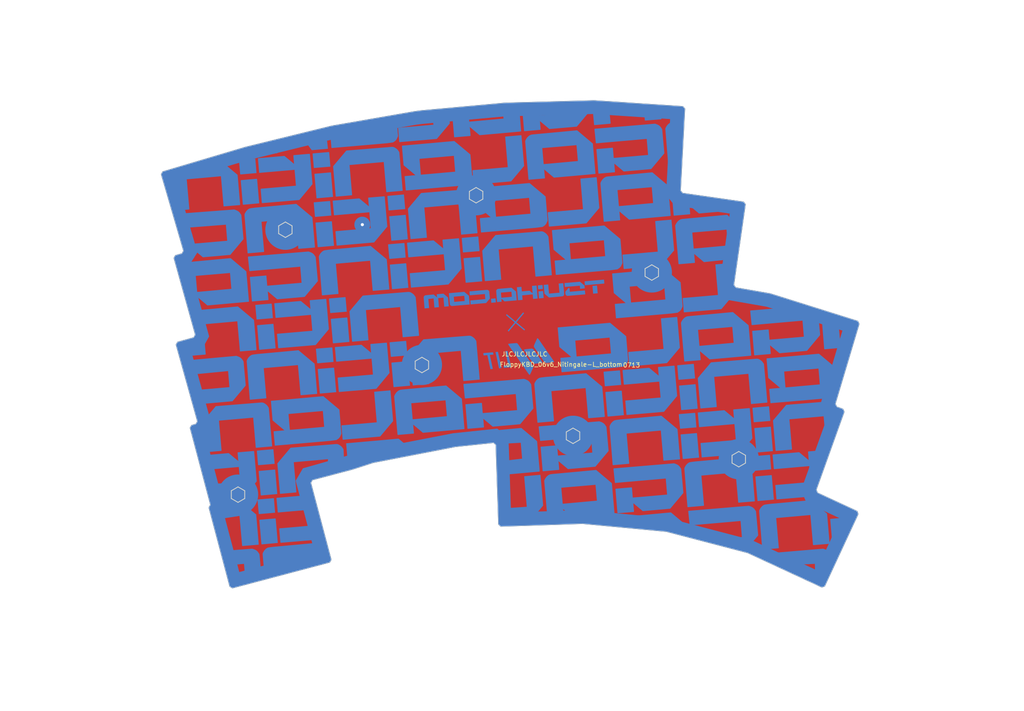
<source format=kicad_pcb>
(kicad_pcb (version 20221018) (generator pcbnew)
  (layers (0 "F.Cu" signal) (31 "B.Cu" signal) (34 "B.Paste" user) (35 "F.Paste" user) (36 "B.SilkS" user "B.Silkscreen") (37 "F.SilkS" user "F.Silkscreen") (38 "B.Mask" user) (39 "F.Mask" user) (44 "Edge.Cuts" user))
  (net 0 "")
  (net 1 "GND")
  (footprint "mylib:boothole" (layer "F.Cu") (at -33.425 -27.05)
    (fp_text reference "REF**" hide)
    (fp_text value "boothole" hide)
  )
  (footprint "mylib:tsuihaxlit0723_cu" (layer "B.Cu") (at 1.665174 -2.898971 -175)
    (fp_text reference "G***" hide)
    (fp_text value "LOGO" hide)
  )
  (footprint "mylib:tsuihaxlit0723_mask" (layer "B.Cu") (at 1.665174 -2.898971 -175)
    (fp_text reference "G***" hide)
    (fp_text value "LOGO" hide)
  )
  (footprint "mylib:nitingale0723_mask" (layer "B.Cu") (at 2.153473 13.026933 -175)
    (fp_text reference "G***" hide)
    (fp_text value "LOGO" hide)
  )
  (gr_poly (pts (xy -37.6 27.8) (xy -37.76 23.8) (xy -37.93 23.53) (xy -38.16 23.23) (xy -38.47 22.97) (xy -38.8 22.77) (xy -38.97 22.7) (xy -39.12 22.67) (xy -39.35 22.66) (xy -49.59 23.49) (xy -52.53 26.98) (xy -51.94 33.72) (xy -48.43 33.41) (xy -49.02 26.58) (xy -41.1 25.88) (xy -41.11 28.11)) (stroke (width 0.2)) (fill solid) (layer "B.Cu"))
  (gr_poly (pts (xy -40.86 -10.26) (xy -37.31 -10.57) (xy -37.04 -7.46) (xy -40.59 -7.16)) (stroke (width 0.2)) (fill solid) (layer "B.Cu"))
  (gr_poly (pts (xy 67.39 24.33) (xy 70.93 24.03) (xy 69.2 30.4) (xy 68.59 34.28) (xy 60.26 34.99) (xy 60 31.92) (xy 67.98 31.23) (xy 67.65 27.44) (xy 59.66 28.14) (xy 59.38 25.02) (xy 65.25 24.51) (xy 67.56 26.43)) (stroke (width 0.2)) (fill solid) (layer "B.Cu"))
  (gr_poly (pts (xy 21.6 10.88) (xy 25.1 10.58) (xy 25.57 15.94) (xy 22.07 16.25)) (stroke (width 0.2)) (fill solid) (layer "B.Cu"))
  (gr_circle (center -33.425 -27.05) (end -31.675 -27.05) (stroke (width 0.1)) (fill solid) (layer "B.Cu"))
  (gr_circle (center -61.51 34) (end -57.01 34) (stroke (width 0.1)) (fill solid) (layer "B.Cu"))
  (gr_poly (pts (xy -22.47 13.25) (xy -21.86 20.1) (xy -25.38 20.4) (xy -26.13 11.77) (xy -25.95 11.37) (xy -25.66 10.95) (xy -25.29 10.61) (xy -24.9 10.41) (xy -24.45 10.34) (xy -14.52 9.42) (xy -11.03 12.36) (xy -10.44 19.09) (xy -19.7 19.92) (xy -22.05 17.94) (xy -22.13 17.07) (xy -14.21 16.35) (xy -14.54 12.57)) (stroke (width 0.2)) (fill solid) (layer "B.Cu"))
  (gr_poly (pts (xy -56.28 34.09) (xy -52.75 33.78) (xy -53.21 28.43) (xy -56.75 28.74)) (stroke (width 0.2)) (fill solid) (layer "B.Cu"))
  (gr_poly (pts (xy -53.9 23) (xy -54.66 14.4) (xy -54.83 14.13) (xy -55.06 13.83) (xy -55.37 13.57) (xy -55.7 13.37) (xy -55.87 13.3) (xy -56.02 13.27) (xy -56.25 13.26) (xy -66.49 14.09) (xy -69.43 17.58) (xy -68.84 24.32) (xy -65.33 24.01) (xy -65.92 17.18) (xy -58 16.48) (xy -57.41 23.31)) (stroke (width 0.2)) (fill solid) (layer "B.Cu"))
  (gr_poly (pts (xy -31.51 0.03) (xy -27.97 -0.27) (xy -27.38 6.46) (xy -30.31 9.98) (xy -38.64 10.69) (xy -38.9 7.62) (xy -30.92 6.93) (xy -31.25 3.14) (xy -39.24 3.84) (xy -39.52 0.72) (xy -33.65 0.21) (xy -31.34 2.13)) (stroke (width 0.2)) (fill solid) (layer "B.Cu"))
  (gr_poly (pts (xy -59.18 -19.74) (xy -45.59 -20.88) (xy -45.07 -20.69) (xy -44.73 -20.51) (xy -44.44 -20.25) (xy -44.15 -19.84) (xy -44.06 -19.68) (xy -43.57 -14.31) (xy -46.5 -10.81) (xy -52.62 -10.27) (xy -54.91 -12.19) (xy -54.73 -10.09) (xy -58.28 -9.78) (xy -58.73 -15.14) (xy -55.2 -15.45) (xy -55 -13.13) (xy -47.05 -13.82) (xy -47.37 -17.65) (xy -58.86 -16.64)) (stroke (width 0.2)) (fill solid) (layer "B.Cu"))
  (gr_poly (pts (xy 50.49 14.83) (xy 54.03 14.53) (xy 54.62 21.26) (xy 51.69 24.78) (xy 43.36 25.49) (xy 43.1 22.42) (xy 51.08 21.73) (xy 50.75 17.94) (xy 42.76 18.64) (xy 42.48 15.52) (xy 48.35 15.01) (xy 50.66 16.93)) (stroke (width 0.2)) (fill solid) (layer "B.Cu"))
  (gr_poly (pts (xy 72.4 39.58) (xy 75.9 39.28) (xy 75.8 43.7) (xy 72.87 44.95)) (stroke (width 0.2)) (fill solid) (layer "B.Cu"))
  (gr_poly (pts (xy -17.5 -52.2) (xy -13.9 -52.8) (xy -13.76 -49.96) (xy -16.64 -46.53) (xy -24.98 -45.81) (xy -25.24 -48.87) (xy -17.26 -49.56)) (stroke (width 0.2)) (fill solid) (layer "B.Cu"))
  (gr_poly (pts (xy -57.51 -8.81) (xy -54 -9.1) (xy -53.74 -6) (xy -57.23 -5.7)) (stroke (width 0.2)) (fill solid) (layer "B.Cu"))
  (gr_poly (pts (xy -74.78 -29.44) (xy -62.39 -30.38) (xy -61.87 -30.19) (xy -61.53 -30.01) (xy -61.24 -29.75) (xy -60.95 -29.34) (xy -60.86 -29.18) (xy -60.37 -23.81) (xy -63.3 -20.31) (xy -69.42 -19.77) (xy -71.71 -21.69) (xy -71.53 -19.59) (xy -75.08 -19.28) (xy -73.1 -20.5) (xy -72 -24.95) (xy -71.8 -22.63) (xy -63.85 -23.32) (xy -64.17 -27.15) (xy -74.46 -26.34)) (stroke (width 0.2)) (fill solid) (layer "B.Cu"))
  (gr_poly (pts (xy -27.66 -33.46) (xy -24.11 -33.77) (xy -23.84 -30.66) (xy -27.39 -30.36)) (stroke (width 0.2)) (fill solid) (layer "B.Cu"))
  (gr_poly (pts (xy -9.47 -51.55) (xy -9.06 -47.2) (xy -12.58 -46.9) (xy -13.1 -52.9) (xy -11.1 -53.3) (xy -0.8 -53) (xy 2 -52.7) (xy 2.36 -48.21) (xy -6.9 -47.38) (xy -9.25 -49.36) (xy -9.33 -50.23) (xy -1.41 -50.95) (xy -1.54 -52.23)) (stroke (width 0.2)) (fill solid) (layer "B.Cu"))
  (gr_poly (pts (xy 21.19 6.29) (xy 24.7 6) (xy 24.96 9.1) (xy 21.47 9.4)) (stroke (width 0.2)) (fill solid) (layer "B.Cu"))
  (gr_poly (pts (xy -40.35674 -49.397813) (xy -21.639187 -52.66174) (xy -20.104403 -52.8647) (xy -1.1833 -54.594403) (xy 18.974297 -55.136068) (xy 39.006861 -53.808631) (xy 39.479288 -53.276273) (xy 38.497657 -34.766136) (xy 38.966085 -34.19565) (xy 52.74388 -32.213844) (xy 53.167598 -31.64775) (xy 50.545391 -13.417795) (xy 50.966721 -12.836711) (xy 58.792206 -11.467457) (xy 78.549939 -5.250939) (xy 78.883835 -4.621774) (xy 73.478198 13.482251) (xy 73.805821 14.130062) (xy 75.197712 14.628982) (xy 75.499675 15.268371) (xy 69.17943 32.900645) (xy 69.464253 33.581809) (xy 78.407913 37.732589) (xy 78.650961 38.396613) (xy 71.073411 54.723913) (xy 70.409373 54.966993) (xy 53.628306 47.180258) (xy 35.247742 42.368306) (xy 16.339894 40.586513) (xy -2.149791 41.2042) (xy -2.666207 40.721173) (xy -3.2672 22.731209) (xy -3.781128 22.284006) (xy -12.321783 23.186072) (xy -30.975072 26.799217) (xy -35.490806 28.271705) (xy -44.684862 30.707184) (xy -45.040173 31.31855) (xy -40.431492 48.718551) (xy -40.786806 49.329904) (xy -62.778475 55.154765) (xy -63.389827 54.79945) (xy -68.123683 36.926853) (xy -67.759859 36.304028) (xy -72.369881 18.898965) (xy -72.013861 18.290276) (xy -71.057539 18.036978) (xy -70.706007 17.435963) (xy -75.539439 0.090239) (xy -75.191268 -0.522991) (xy -71.534827 -1.541959) (xy -71.190048 -2.157093) (xy -76.022358 -19.498012) (xy -75.674796 -20.1134) (xy -74.193992 -20.529669) (xy -73.850471 -21.137903) (xy -78.888692 -38.426134) (xy -78.549334 -39.048708) (xy -59.917507 -44.590375) (xy -59.280113 -41.71043) (xy -75.462357 -36.897342) (xy -70.765241 -20.779583) (xy -72.611452 -17.91619) (xy -68.11658 -1.786182) (xy -69.676485 0.996906) (xy -72.126447 1.679655) (xy -67.623858 17.838083) (xy -69.047264 20.271685) (xy -64.689394 36.724751) (xy -65.053218 37.347577) (xy -61.278613 51.598536) (xy -44.120278 47.053864) (xy -48.407022 30.869334) (xy -46.802936 28.109262) (xy -31.87692 23.873208) (xy -12.914099 20.200107) (xy -2.945913 19.147264) (xy -0.461178 21.309396) (xy 0.099957 38.106267) (xy 16.282218 37.565664) (xy 35.623106 39.388266) (xy 54.498963 44.329883) (xy 69.255853 51.177361) (xy 74.728615 39.385234) (xy 66.996819 35.796883) (xy 65.813923 32.967954) (xy 71.683363 16.593342) (xy 70.11289 13.753263) (xy 75.157784 -3.142596) (xy 57.931705 -8.562561) (xy 49.103114 -10.107332) (xy 47.254126 -12.657395) (xy 49.69353 -29.616478) (xy 37.237747 -31.408125) (xy 35.291512 -33.778395) (xy 36.204493 -50.994029) (xy 18.766592 -52.149533) (xy -1.154961 -51.614211) (xy -19.919756 -49.898797) (xy -21.333361 -49.711862) (xy -39.889033 -46.476163) (xy -59.280113 -41.71043) (xy -59.917507 -44.590375)) (stroke (width 0.15)) (fill solid) (layer "B.Cu"))
  (gr_poly (pts (xy 15.7 -54.3) (xy 17.6 -54.6) (xy 17.9 -54.1) (xy 17.93 -52.81) (xy 15 -49.31) (xy 8.88 -48.77) (xy 6.59 -50.69) (xy 6.77 -48.59) (xy 3.22 -48.28) (xy 2.77 -53.64) (xy 6.3 -53.95) (xy 6.5 -51.63) (xy 14.45 -52.32) (xy 14.1 -54)) (stroke (width 0.2)) (fill solid) (layer "B.Cu"))
  (gr_poly (pts (xy -47.29 11.42) (xy -43.73 11.13) (xy -44.3 4.44) (xy -47.88 1.45) (xy -57.13 2.3) (xy -58.13 2.43) (xy -58.44 2.51) (xy -58.77 2.73) (xy -59.11 3.09) (xy -59.38 3.54) (xy -59.46 3.79) (xy -58.76 12.44) (xy -55.21 12.13) (xy -55.81 5.31) (xy -47.89 4.6)) (stroke (width 0.2)) (fill solid) (layer "B.Cu"))
  (gr_poly (pts (xy -21.7 24.43) (xy -25.27 21.44) (xy -36.98 22.48) (xy -36.61 26.77) (xy -34.18 27.14) (xy -33.29 27.06) (xy -33.21 25.28) (xy -25.26 24.58)) (stroke (width 0.2)) (fill solid) (layer "B.Cu"))
  (gr_poly (pts (xy 40.32 37.76) (xy 53.91 36.62) (xy 54.43 36.81) (xy 54.77 36.99) (xy 55.06 37.25) (xy 55.35 37.66) (xy 55.44 37.82) (xy 55.93 43.19) (xy 53 46.69) (xy 44.5 44.37) (xy 52.45 43.68) (xy 52.13 39.85) (xy 40.64 40.86)) (stroke (width 0.2)) (fill solid) (layer "B.Cu"))
  (gr_poly (pts (xy -47.79 -21.68) (xy -44.23 -21.97) (xy -44.8 -28.66) (xy -48.38 -31.65) (xy -57.63 -30.8) (xy -58.63 -30.67) (xy -58.94 -30.59) (xy -59.27 -30.37) (xy -59.61 -30.01) (xy -59.88 -29.56) (xy -59.96 -29.31) (xy -59.26 -20.66) (xy -55.71 -20.97) (xy -56.31 -27.79) (xy -48.39 -28.5)) (stroke (width 0.2)) (fill solid) (layer "B.Cu"))
  (gr_poly (pts (xy 28.6 41.3) (xy 24.67 40.47) (xy 24.85 40.07) (xy 25.14 39.65) (xy 25.51 39.31) (xy 25.9 39.11) (xy 26.35 39.04) (xy 36.28 38.12) (xy 39.77 41.06) (xy 36.26 41.27)) (stroke (width 0.2)) (fill solid) (layer "B.Cu"))
  (gr_circle (center 31.99 -16.24) (end 36.49 -16.24) (stroke (width 0.1)) (fill solid) (layer "B.Cu"))
  (gr_poly (pts (xy 54.84 14.44) (xy 58.39 14.13) (xy 58.66 17.24) (xy 55.11 17.54)) (stroke (width 0.2)) (fill solid) (layer "B.Cu"))
  (gr_poly (pts (xy -15.21 -23.57) (xy -11.67 -23.87) (xy -11.08 -17.14) (xy -14.01 -13.62) (xy -22.34 -12.91) (xy -22.6 -15.98) (xy -14.62 -16.67) (xy -14.95 -20.46) (xy -22.94 -19.76) (xy -23.22 -22.88) (xy -17.35 -23.39) (xy -15.04 -21.47)) (stroke (width 0.2)) (fill solid) (layer "B.Cu"))
  (gr_circle (center -7.7 -33.7) (end -3.2 -33.7) (stroke (width 0.1)) (fill solid) (layer "B.Cu"))
  (gr_poly (pts (xy -27.1 -17.92) (xy -23.6 -18.22) (xy -23.13 -12.86) (xy -26.63 -12.55)) (stroke (width 0.2)) (fill solid) (layer "B.Cu"))
  (gr_poly (pts (xy -41.3 -44.3) (xy -41.7 -47.9) (xy -53.1 -45.5) (xy -56.2 -44.8) (xy -56.24 -42.98) (xy -52.73 -43.29) (xy -51.9 -44.6) (xy -46 -45.6) (xy -44.81 -43.99)) (stroke (width 0.2)) (fill solid) (layer "B.Cu"))
  (gr_poly (pts (xy -44.31 -32.01) (xy -40.8 -32.3) (xy -40.54 -29.2) (xy -44.03 -28.9)) (stroke (width 0.2)) (fill solid) (layer "B.Cu"))
  (gr_poly (pts (xy -60.49 45.52) (xy -56.93 45.23) (xy -57.5 38.54) (xy -61.08 35.55) (xy -67.03 36.4) (xy -65.71 39.41) (xy -61.09 38.7)) (stroke (width 0.2)) (fill solid) (layer "B.Cu"))
  (gr_poly (pts (xy -29.14 -48.54) (xy -40.57 -47.53) (xy -40.31 -44.48) (xy -27.84 -45.56) (xy -26.51 -45.74) (xy -26.02 -46.08) (xy -25.75 -46.41) (xy -25.45 -47.08) (xy -25.8 -51.1) (xy -29.4 -50.8)) (stroke (width 0.2)) (fill solid) (layer "B.Cu"))
  (gr_poly (pts (xy 33.49 5.23) (xy 37.03 4.93) (xy 37.62 11.66) (xy 34.69 15.18) (xy 26.36 15.89) (xy 26.1 12.82) (xy 34.08 12.13) (xy 33.75 8.34) (xy 25.76 9.04) (xy 25.48 5.92) (xy 31.35 5.41) (xy 33.66 7.33)) (stroke (width 0.2)) (fill solid) (layer "B.Cu"))
  (gr_poly (pts (xy 15.95 -37.37) (xy 19.44 -37.68) (xy 20.04 -30.86) (xy 17.16 -27.43) (xy 8.82 -26.71) (xy 8.56 -29.77) (xy 16.54 -30.46)) (stroke (width 0.2)) (fill solid) (layer "B.Cu"))
  (gr_poly (pts (xy -71.17 -15.55) (xy -70.56 -8.7) (xy -72.4 -9.7) (xy -74.83 -17.03) (xy -74.65 -17.43) (xy -74.36 -17.85) (xy -73.99 -18.19) (xy -73.6 -18.39) (xy -73.15 -18.46) (xy -63.22 -19.38) (xy -59.73 -16.44) (xy -59.14 -9.71) (xy -68.4 -8.88) (xy -70.75 -10.86) (xy -70.83 -11.73) (xy -62.91 -12.45) (xy -63.24 -16.23)) (stroke (width 0.2)) (fill solid) (layer "B.Cu"))
  (gr_poly (pts (xy -9.98 -14.01) (xy -6.45 -14.32) (xy -6.91 -19.67) (xy -10.45 -19.36)) (stroke (width 0.2)) (fill solid) (layer "B.Cu"))
  (gr_poly (pts (xy 35.16 -10.04) (xy 23.73 -9.03) (xy 23.99 -5.98) (xy 36.46 -7.06) (xy 37.79 -7.24) (xy 38.28 -7.58) (xy 38.55 -7.91) (xy 38.85 -8.58) (xy 38.4 -13.97) (xy 34.83 -16.96) (xy 23.12 -15.92) (xy 23.49 -11.63) (xy 26.32 -9.26) (xy 27.21 -9.34) (xy 26.89 -13.12) (xy 34.84 -13.82)) (stroke (width 0.2)) (fill solid) (layer "B.Cu"))
  (gr_poly (pts (xy -39.98 -0.31) (xy -36.45 -0.62) (xy -36.91 -5.97) (xy -40.45 -5.66)) (stroke (width 0.2)) (fill solid) (layer "B.Cu"))
  (gr_poly (pts (xy -20.7 -2) (xy -21.46 -10.6) (xy -21.63 -10.87) (xy -21.86 -11.17) (xy -22.17 -11.43) (xy -22.5 -11.63) (xy -22.67 -11.7) (xy -22.82 -11.73) (xy -23.05 -11.74) (xy -33.29 -10.91) (xy -36.23 -7.42) (xy -35.64 -0.68) (xy -32.13 -0.99) (xy -32.72 -7.82) (xy -24.8 -8.52) (xy -24.21 -1.69)) (stroke (width 0.2)) (fill solid) (layer "B.Cu"))
  (gr_poly (pts (xy 3.25 29.93) (xy 6.74 29.62) (xy 7.34 36.44) (xy 4.46 39.87) (xy -1.68 40.29) (xy -1.94 37.23) (xy 3.84 36.84)) (stroke (width 0.2)) (fill solid) (layer "B.Cu"))
  (gr_poly (pts (xy 38.19 15.89) (xy 41.7 15.6) (xy 41.96 18.7) (xy 38.47 19)) (stroke (width 0.2)) (fill solid) (layer "B.Cu"))
  (gr_poly (pts (xy 42.33 -3.35) (xy 42.94 3.5) (xy 39.42 3.8) (xy 38.67 -4.83) (xy 38.85 -5.23) (xy 39.14 -5.65) (xy 39.51 -5.99) (xy 39.9 -6.19) (xy 40.35 -6.26) (xy 50.28 -7.18) (xy 53.77 -4.24) (xy 54.36 2.49) (xy 45.1 3.32) (xy 42.75 1.34) (xy 42.67 0.47) (xy 50.59 -0.25) (xy 50.26 -4.03)) (stroke (width 0.2)) (fill solid) (layer "B.Cu"))
  (gr_poly (pts (xy 4.66 -29.44) (xy -6.77 -28.43) (xy -6.51 -25.38) (xy 5.96 -26.46) (xy 7.29 -26.64) (xy 7.78 -26.98) (xy 8.05 -27.31) (xy 8.35 -27.98) (xy 7.9 -33.37) (xy 4.33 -36.36) (xy -7.38 -35.32) (xy -7.01 -31.03) (xy -4.18 -28.66) (xy -3.29 -28.74) (xy -3.61 -32.52) (xy 4.34 -33.22)) (stroke (width 0.2)) (fill solid) (layer "B.Cu"))
  (gr_poly (pts (xy 7.13 -44.45) (xy 7.74 -37.6) (xy 4.22 -37.3) (xy 3.47 -45.93) (xy 3.65 -46.33) (xy 3.94 -46.75) (xy 4.31 -47.09) (xy 4.7 -47.29) (xy 5.15 -47.36) (xy 15.08 -48.28) (xy 18.57 -45.34) (xy 19.16 -38.61) (xy 9.9 -37.78) (xy 7.55 -39.76) (xy 7.47 -40.63) (xy 15.39 -41.35) (xy 15.06 -45.13)) (stroke (width 0.2)) (fill solid) (layer "B.Cu"))
  (gr_poly (pts (xy -64.69 -31.28) (xy -61.13 -31.57) (xy -61.7 -38.26) (xy -65.28 -41.25) (xy -74.3 -40) (xy -76.4 -39.4) (xy -76.78 -39.16) (xy -76.86 -38.91) (xy -76.16 -30.26) (xy -72.61 -30.57) (xy -73.21 -37.39) (xy -65.29 -38.1)) (stroke (width 0.2)) (fill solid) (layer "B.Cu"))
  (gr_poly (pts (xy 68.51 45.32) (xy 72.07 45.03) (xy 71.5 38.34) (xy 67.92 35.35) (xy 58.67 36.2) (xy 57.67 36.33) (xy 57.36 36.41) (xy 57.03 36.63) (xy 56.69 36.99) (xy 56.42 37.44) (xy 56.34 37.69) (xy 57.04 46.34) (xy 60.59 46.03) (xy 59.99 39.21) (xy 67.91 38.5)) (stroke (width 0.2)) (fill solid) (layer "B.Cu"))
  (gr_poly (pts (xy 46.45 -17.97) (xy 49.94 -18.28) (xy 50.54 -11.46) (xy 47.66 -8.03) (xy 39.32 -7.31) (xy 39.06 -10.37) (xy 47.04 -11.06)) (stroke (width 0.2)) (fill solid) (layer "B.Cu"))
  (gr_poly (pts (xy 19.12 -48.64) (xy 32.71 -49.78) (xy 33.23 -49.59) (xy 33.57 -49.41) (xy 33.86 -49.15) (xy 34.15 -48.74) (xy 34.24 -48.58) (xy 34.73 -43.21) (xy 31.8 -39.71) (xy 25.68 -39.17) (xy 23.39 -41.09) (xy 23.57 -38.99) (xy 20.02 -38.68) (xy 19.57 -44.04) (xy 23.1 -44.35) (xy 23.3 -42.03) (xy 31.25 -42.72) (xy 30.93 -46.55) (xy 19.44 -45.54)) (stroke (width 0.2)) (fill solid) (layer "B.Cu"))
  (gr_poly (pts (xy -45.89 49.32) (xy -42.33 49.03) (xy -41.07 47.91) (xy -44.28 45.05) (xy -53.53 45.9) (xy -54.53 46.03) (xy -54.84 46.11) (xy -55.17 46.33) (xy -55.51 46.69) (xy -55.78 47.14) (xy -55.86 47.39) (xy -55.46 52.04) (xy -51.91 51.73) (xy -52.2 49.6) (xy -44.29 48.2)) (stroke (width 0.2)) (fill solid) (layer "B.Cu"))
  (gr_poly (pts (xy 34.71 26.22) (xy 38.27 25.93) (xy 37.7 19.24) (xy 34.12 16.25) (xy 24.87 17.1) (xy 23.87 17.23) (xy 23.56 17.31) (xy 23.23 17.53) (xy 22.89 17.89) (xy 22.62 18.34) (xy 22.54 18.59) (xy 23.24 27.24) (xy 26.79 26.93) (xy 26.19 20.11) (xy 34.11 19.4)) (stroke (width 0.2)) (fill solid) (layer "B.Cu"))
  (gr_poly (pts (xy 24.13 -34.95) (xy 24.74 -28.1) (xy 21.22 -27.8) (xy 20.47 -36.43) (xy 20.65 -36.83) (xy 20.94 -37.25) (xy 21.31 -37.59) (xy 21.7 -37.79) (xy 22.15 -37.86) (xy 32.08 -38.78) (xy 35.57 -35.84) (xy 36.16 -29.11) (xy 26.9 -28.28) (xy 24.55 -30.26) (xy 24.47 -31.13) (xy 32.39 -31.85) (xy 32.06 -35.63)) (stroke (width 0.2)) (fill solid) (layer "B.Cu"))
  (gr_poly (pts (xy -26.78 -23.51) (xy -23.25 -23.82) (xy -23.71 -29.17) (xy -27.25 -28.86)) (stroke (width 0.2)) (fill solid) (layer "B.Cu"))
  (gr_poly (pts (xy 11.43 32.35) (xy 12.04 39.2) (xy 8.52 39.5) (xy 7.77 30.87) (xy 7.95 30.47) (xy 8.24 30.05) (xy 8.61 29.71) (xy 9 29.51) (xy 9.45 29.44) (xy 19.38 28.52) (xy 22.87 31.46) (xy 23.46 38.19) (xy 14.2 39.02) (xy 11.85 37.04) (xy 11.77 36.17) (xy 19.69 35.45) (xy 19.36 31.67)) (stroke (width 0.2)) (fill solid) (layer "B.Cu"))
  (gr_poly (pts (xy 38.6 20.48) (xy 42.1 20.18) (xy 42.57 25.54) (xy 39.07 25.85)) (stroke (width 0.2)) (fill solid) (layer "B.Cu"))
  (gr_poly (pts (xy -61.51 24.53) (xy -57.97 24.23) (xy -57.38 30.96) (xy -60.31 34.48) (xy -67.04 34.69) (xy -67.3 31.62) (xy -60.92 31.43) (xy -61.25 27.64) (xy -69.24 28.34) (xy -69.52 25.22) (xy -63.65 24.71) (xy -61.34 26.63)) (stroke (width 0.2)) (fill solid) (layer "B.Cu"))
  (gr_poly (pts (xy 37.47 -50.2) (xy 36.47 -50.07) (xy 36.16 -49.99) (xy 35.83 -49.77) (xy 35.49 -49.41) (xy 35.22 -48.96) (xy 35.14 -48.71) (xy 35.84 -40.06) (xy 38.1 -40.5) (xy 38.79 -47.19)) (stroke (width 0.2)) (fill solid) (layer "B.Cu"))
  (gr_poly (pts (xy 58 13.1) (xy 57.24 4.5) (xy 57.07 4.23) (xy 56.84 3.93) (xy 56.53 3.67) (xy 56.2 3.47) (xy 56.03 3.4) (xy 55.88 3.37) (xy 55.65 3.36) (xy 45.41 4.19) (xy 42.47 7.68) (xy 43.06 14.42) (xy 46.57 14.11) (xy 45.98 7.28) (xy 53.9 6.58) (xy 54.49 13.41)) (stroke (width 0.2)) (fill solid) (layer "B.Cu"))
  (gr_poly (pts (xy -10.86 -23.96) (xy -7.31 -24.27) (xy -7.04 -21.16) (xy -10.59 -20.86)) (stroke (width 0.2)) (fill solid) (layer "B.Cu"))
  (gr_poly (pts (xy -61.21 -41.61) (xy -57.7 -41.9) (xy -57.44 -38.8) (xy -60.93 -38.5)) (stroke (width 0.2)) (fill solid) (layer "B.Cu"))
  (gr_circle (center -50.8 -25.9) (end -46.3 -25.9) (stroke (width 0.1)) (fill solid) (layer "B.Cu"))
  (gr_poly (pts (xy 23.42 28.16) (xy 37.01 27.02) (xy 37.53 27.21) (xy 37.87 27.39) (xy 38.16 27.65) (xy 38.45 28.06) (xy 38.54 28.22) (xy 39.03 33.59) (xy 36.1 37.09) (xy 29.98 37.63) (xy 27.69 35.71) (xy 27.87 37.81) (xy 24.32 38.12) (xy 23.87 32.76) (xy 27.4 32.45) (xy 27.6 34.77) (xy 35.55 34.08) (xy 35.23 30.25) (xy 23.74 31.26)) (stroke (width 0.2)) (fill solid) (layer "B.Cu"))
  (gr_poly (pts (xy 55.09 25.39) (xy 58.6 25.1) (xy 58.86 28.2) (xy 55.37 28.5)) (stroke (width 0.2)) (fill solid) (layer "B.Cu"))
  (gr_poly (pts (xy -57.01 35.19) (xy -53.5 34.9) (xy -53.24 38) (xy -56.73 38.3)) (stroke (width 0.2)) (fill solid) (layer "B.Cu"))
  (gr_poly (pts (xy 75.8 -5.2) (xy 70.34 -7.61) (xy 71.04 1.04) (xy 74.59 0.73) (xy 74.1 -4.4)) (stroke (width 0.2)) (fill solid) (layer "B.Cu"))
  (gr_poly (pts (xy -10.48 9.06) (xy 3.11 7.92) (xy 3.63 8.11) (xy 3.97 8.29) (xy 4.26 8.55) (xy 4.55 8.96) (xy 4.64 9.12) (xy 5.13 14.49) (xy 2.2 17.99) (xy -3.92 18.53) (xy -6.21 16.61) (xy -6.03 18.71) (xy -9.58 19.02) (xy -10.03 13.66) (xy -6.5 13.35) (xy -6.3 15.67) (xy 1.65 14.98) (xy 1.33 11.15) (xy -10.16 12.16)) (stroke (width 0.2)) (fill solid) (layer "B.Cu"))
  (gr_poly (pts (xy 55.72 24.39) (xy 59.25 24.08) (xy 58.79 18.73) (xy 55.25 19.04)) (stroke (width 0.2)) (fill solid) (layer "B.Cu"))
  (gr_poly (pts (xy 48.8 -30.21) (xy 42.68 -29.67) (xy 40.39 -31.59) (xy 40.57 -29.49) (xy 37.02 -29.18) (xy 36.57 -34.54) (xy 39.8 -33.4) (xy 40.3 -32.53) (xy 48.2 -32)) (stroke (width 0.2)) (fill solid) (layer "B.Cu"))
  (gr_poly (pts (xy -12.34 -38.94) (xy -23.77 -37.93) (xy -23.51 -34.88) (xy -11.04 -35.96) (xy -9.71 -36.14) (xy -9.22 -36.48) (xy -8.95 -36.81) (xy -8.65 -37.48) (xy -9.1 -42.87) (xy -12.67 -45.86) (xy -24.38 -44.82) (xy -24.01 -40.53) (xy -21.18 -38.16) (xy -20.29 -38.24) (xy -20.61 -42.02) (xy -12.66 -42.72)) (stroke (width 0.2)) (fill solid) (layer "B.Cu"))
  (gr_poly (pts (xy -64.08 46.76) (xy -58.29 46.32) (xy -57.77 46.51) (xy -57.43 46.69) (xy -57.14 46.95) (xy -56.85 47.36) (xy -56.76 47.52) (xy -56.27 52.89) (xy -59.75 53.38) (xy -60.07 49.55) (xy -63.76 49.86)) (stroke (width 0.2)) (fill solid) (layer "B.Cu"))
  (gr_poly (pts (xy -57.16 24.14) (xy -53.61 23.83) (xy -53.34 26.94) (xy -56.89 27.24)) (stroke (width 0.2)) (fill solid) (layer "B.Cu"))
  (gr_poly (pts (xy -1.7 22.4) (xy -3.1 21.7) (xy -9.18 22.3) (xy -9.13 21.37) (xy -8.95 20.97) (xy -8.66 20.55) (xy -8.29 20.21) (xy -7.9 20.01) (xy -7.45 19.94) (xy 2.48 19.02) (xy 5.97 21.96) (xy 6.56 28.69) (xy -2.7 29.52) (xy -2.45 27.44) (xy -2.53 26.57) (xy 2.79 25.95) (xy 2.46 22.17)) (stroke (width 0.2)) (fill solid) (layer "B.Cu"))
  (gr_poly (pts (xy 37.84 4.84) (xy 41.39 4.53) (xy 41.66 7.64) (xy 38.11 7.94)) (stroke (width 0.2)) (fill solid) (layer "B.Cu"))
  (gr_poly (pts (xy -43.4 5.68) (xy -39.9 5.38) (xy -39.43 10.74) (xy -42.93 11.05)) (stroke (width 0.2)) (fill solid) (layer "B.Cu"))
  (gr_poly (pts (xy 70.06 9.16) (xy 58.63 10.17) (xy 58.89 13.22) (xy 71.36 12.14) (xy 72.69 11.96) (xy 73.18 11.62) (xy 73.45 11.29) (xy 73.75 10.62) (xy 73.3 5.23) (xy 69.73 2.24) (xy 58.02 3.28) (xy 58.39 7.57) (xy 61.22 9.94) (xy 62.11 9.86) (xy 61.79 6.08) (xy 69.74 5.38)) (stroke (width 0.2)) (fill solid) (layer "B.Cu"))
  (gr_poly (pts (xy -43.81 1.09) (xy -40.3 0.8) (xy -40.04 3.9) (xy -43.53 4.2)) (stroke (width 0.2)) (fill solid) (layer "B.Cu"))
  (gr_poly (pts (xy -32.01 -33.07) (xy -28.47 -33.37) (xy -27.88 -26.64) (xy -30.81 -23.12) (xy -39.14 -22.41) (xy -39.4 -25.48) (xy -31.42 -26.17) (xy -31.75 -29.96) (xy -39.74 -29.26) (xy -40.02 -32.38) (xy -34.15 -32.89) (xy -31.84 -30.97)) (stroke (width 0.2)) (fill solid) (layer "B.Cu"))
  (gr_poly (pts (xy 17.71 16.62) (xy 21.27 16.33) (xy 20.7 9.64) (xy 17.12 6.65) (xy 7.87 7.5) (xy 6.87 7.63) (xy 6.56 7.71) (xy 6.23 7.93) (xy 5.89 8.29) (xy 5.62 8.74) (xy 5.54 8.99) (xy 6.24 17.64) (xy 9.79 17.33) (xy 9.19 10.51) (xy 17.11 9.8)) (stroke (width 0.2)) (fill solid) (layer "B.Cu"))
  (gr_poly (pts (xy 54.32 -7.54) (xy 67.05 -8.61) (xy 69.44 -7.48) (xy 69.93 -2.11) (xy 67 1.39) (xy 60.88 1.93) (xy 58.59 0.01) (xy 58.77 2.11) (xy 55.22 2.42) (xy 54.77 -2.94) (xy 58.3 -3.25) (xy 58.5 -0.93) (xy 66.45 -1.62) (xy 66.13 -5.45) (xy 54.64 -4.44)) (stroke (width 0.2)) (fill solid) (layer "B.Cu"))
  (gr_poly (pts (xy -30.99 -12.18) (xy -27.43 -12.47) (xy -28 -19.16) (xy -31.58 -22.15) (xy -40.83 -21.3) (xy -41.83 -21.17) (xy -42.14 -21.09) (xy -42.47 -20.87) (xy -42.81 -20.51) (xy -43.08 -20.06) (xy -43.16 -19.81) (xy -42.46 -11.16) (xy -38.91 -11.47) (xy -39.51 -18.29) (xy -31.59 -19)) (stroke (width 0.2)) (fill solid) (layer "B.Cu"))
  (gr_poly (pts (xy -60.8 -37.02) (xy -57.3 -37.32) (xy -56.83 -31.96) (xy -60.33 -31.65)) (stroke (width 0.2)) (fill solid) (layer "B.Cu"))
  (gr_poly (pts (xy -44.56 -43.06) (xy -41.01 -43.37) (xy -40.74 -40.26) (xy -44.29 -39.96)) (stroke (width 0.2)) (fill solid) (layer "B.Cu"))
  (gr_poly (pts (xy 30.51 -50.68) (xy 34.07 -50.97) (xy 34 -53.2) (xy 28.6 -53.9) (xy 18.7 -53.4) (xy 19.04 -49.66) (xy 22.59 -49.97) (xy 22.3 -52.8) (xy 30.4 -51.9)) (stroke (width 0.2)) (fill solid) (layer "B.Cu"))
  (gr_poly (pts (xy -60.99 1.52) (xy -57.43 1.23) (xy -58 -5.46) (xy -61.58 -8.45) (xy -70.83 -7.6) (xy -71.83 -7.47) (xy -72.14 -7.39) (xy -72.47 -7.17) (xy -70.7 -1.9) (xy -72.46 2.54) (xy -68.91 2.23) (xy -69.51 -4.59) (xy -61.59 -5.3)) (stroke (width 0.2)) (fill solid) (layer "B.Cu"))
  (gr_poly (pts (xy -7 7.9) (xy -7.76 -0.7) (xy -7.93 -0.97) (xy -8.16 -1.27) (xy -8.47 -1.53) (xy -8.8 -1.73) (xy -8.97 -1.8) (xy -9.12 -1.83) (xy -9.35 -1.84) (xy -19.59 -1.01) (xy -22.53 2.48) (xy -21.94 9.22) (xy -18.43 8.91) (xy -19.02 2.08) (xy -11.1 1.38) (xy -10.51 8.21)) (stroke (width 0.2)) (fill solid) (layer "B.Cu"))
  (gr_poly (pts (xy 73.5 18.5) (xy 72.65 12.96) (xy 62.41 13.79) (xy 59.47 17.28) (xy 60.06 24.02) (xy 63.57 23.71) (xy 62.98 16.88) (xy 70.9 16.18) (xy 71.49 23.01)) (stroke (width 0.2)) (fill solid) (layer "B.Cu"))
  (gr_poly (pts (xy -7.5 -25.2) (xy -8.26 -33.8) (xy -8.43 -34.07) (xy -8.66 -34.37) (xy -8.97 -34.63) (xy -9.3 -34.83) (xy -9.47 -34.9) (xy -9.62 -34.93) (xy -9.85 -34.94) (xy -20.09 -34.11) (xy -23.03 -30.62) (xy -22.44 -23.88) (xy -18.93 -24.19) (xy -19.52 -31.02) (xy -11.6 -31.72) (xy -11.01 -24.89)) (stroke (width 0.2)) (fill solid) (layer "B.Cu"))
  (gr_poly (pts (xy 38.72 14.79) (xy 42.25 14.48) (xy 41.79 9.13) (xy 38.25 9.44)) (stroke (width 0.2)) (fill solid) (layer "B.Cu"))
  (gr_poly (pts (xy -45.21 -9.87) (xy -41.67 -10.17) (xy -41.08 -3.44) (xy -44.01 0.08) (xy -52.34 0.79) (xy -52.6 -2.28) (xy -44.62 -2.97) (xy -44.95 -6.76) (xy -52.94 -6.06) (xy -53.22 -9.18) (xy -47.35 -9.69) (xy -45.04 -7.77)) (stroke (width 0.2)) (fill solid) (layer "B.Cu"))
  (gr_poly (pts (xy -1.05 -46.87) (xy 2.44 -47.18) (xy 3.04 -40.36) (xy 0.16 -36.93) (xy -8.18 -36.21) (xy -8.44 -39.27) (xy -0.46 -39.96)) (stroke (width 0.2)) (fill solid) (layer "B.Cu"))
  (gr_poly (pts (xy -27.51 -22.51) (xy -24 -22.8) (xy -23.74 -19.7) (xy -27.23 -19.4)) (stroke (width 0.2)) (fill solid) (layer "B.Cu"))
  (gr_poly (pts (xy -26.28 9.59) (xy -22.75 9.28) (xy -23.21 3.93) (xy -26.75 4.24)) (stroke (width 0.2)) (fill solid) (layer "B.Cu"))
  (gr_poly (pts (xy 9.3 -15.7) (xy 8.54 -24.3) (xy 8.37 -24.57) (xy 8.14 -24.87) (xy 7.83 -25.13) (xy 7.5 -25.33) (xy 7.33 -25.4) (xy 7.18 -25.43) (xy 6.95 -25.44) (xy -3.29 -24.61) (xy -6.23 -21.12) (xy -5.64 -14.38) (xy -2.13 -14.69) (xy -2.72 -21.52) (xy 5.2 -22.22) (xy 5.79 -15.39)) (stroke (width 0.2)) (fill solid) (layer "B.Cu"))
  (gr_poly (pts (xy 6.52 18.66) (xy 20.11 17.52) (xy 20.63 17.71) (xy 20.97 17.89) (xy 21.26 18.15) (xy 21.55 18.56) (xy 21.64 18.72) (xy 22.13 24.09) (xy 19.2 27.59) (xy 13.08 28.13) (xy 10.79 26.21) (xy 10.97 28.31) (xy 7.42 28.62) (xy 6.97 23.26) (xy 10.5 22.95) (xy 10.7 25.27) (xy 18.65 24.58) (xy 18.33 20.75) (xy 6.84 21.76)) (stroke (width 0.2)) (fill solid) (layer "B.Cu"))
  (gr_poly (pts (xy -24.4 -34.8) (xy -25.16 -43.4) (xy -25.33 -43.67) (xy -25.56 -43.97) (xy -25.87 -44.23) (xy -26.2 -44.43) (xy -26.37 -44.5) (xy -26.52 -44.53) (xy -26.75 -44.54) (xy -36.99 -43.71) (xy -39.93 -40.22) (xy -39.34 -33.48) (xy -35.83 -33.79) (xy -36.42 -40.62) (xy -28.5 -41.32) (xy -27.91 -34.49)) (stroke (width 0.2)) (fill solid) (layer "B.Cu"))
  (gr_poly (pts (xy -44.71 34.13) (xy -43.51 44.08) (xy -51.84 44.79) (xy -52.1 41.72) (xy -44.12 41.03) (xy -44.45 37.24) (xy -52.44 37.94) (xy -52.72 34.82) (xy -46.85 34.31) (xy -44.54 36.23)) (stroke (width 0.2)) (fill solid) (layer "B.Cu"))
  (gr_poly (pts (xy 51.61 35.72) (xy 55.17 35.43) (xy 54.6 28.74) (xy 51.02 25.75) (xy 41.77 26.6) (xy 40.77 26.73) (xy 40.46 26.81) (xy 40.13 27.03) (xy 39.79 27.39) (xy 39.52 27.84) (xy 39.44 28.09) (xy 40.14 36.74) (xy 43.69 36.43) (xy 43.09 29.61) (xy 51.01 28.9)) (stroke (width 0.2)) (fill solid) (layer "B.Cu"))
  (gr_circle (center 14.2 20.7) (end 18.7 20.7) (stroke (width 0.1)) (fill solid) (layer "B.Cu"))
  (gr_poly (pts (xy -43.68 -33.11) (xy -40.15 -33.42) (xy -40.61 -38.77) (xy -44.15 -38.46)) (stroke (width 0.2)) (fill solid) (layer "B.Cu"))
  (gr_poly (pts (xy -56.6 39.78) (xy -53.1 39.48) (xy -52.63 44.84) (xy -56.13 45.15)) (stroke (width 0.2)) (fill solid) (layer "B.Cu"))
  (gr_poly (pts (xy -27.16 -0.36) (xy -23.61 -0.67) (xy -23.34 2.44) (xy -26.89 2.74)) (stroke (width 0.2)) (fill solid) (layer "B.Cu"))
  (gr_poly (pts (xy 41.03 -25.35) (xy 41.64 -18.5) (xy 38.12 -18.2) (xy 37.37 -26.83) (xy 37.55 -27.23) (xy 37.84 -27.65) (xy 38.21 -27.99) (xy 38.6 -28.19) (xy 39.05 -28.26) (xy 48.98 -29.18) (xy 51.6 -26.7) (xy 50.6 -19.4) (xy 43.8 -18.68) (xy 41.45 -20.66) (xy 41.37 -21.53) (xy 49.29 -22.25) (xy 48.96 -26.03)) (stroke (width 0.2)) (fill solid) (layer "B.Cu"))
  (gr_circle (center -19.96 4.67) (end -15.46 4.67) (stroke (width 0.1)) (fill solid) (layer "B.Cu"))
  (gr_poly (pts (xy -41.94 18.76) (xy -53.37 19.77) (xy -53.11 22.82) (xy -40.64 21.74) (xy -39.31 21.56) (xy -38.82 21.22) (xy -38.55 20.89) (xy -38.25 20.22) (xy -38.7 14.83) (xy -42.27 11.84) (xy -53.98 12.88) (xy -53.61 17.17) (xy -50.78 19.54) (xy -49.89 19.46) (xy -50.21 15.68) (xy -42.26 14.98)) (stroke (width 0.2)) (fill solid) (layer "B.Cu"))
  (gr_poly (pts (xy -48.91 -42.67) (xy -45.37 -42.97) (xy -44.78 -36.24) (xy -47.71 -32.72) (xy -56.04 -32.01) (xy -56.3 -35.08) (xy -48.32 -35.77) (xy -48.65 -39.56) (xy -56.64 -38.86) (xy -56.92 -41.98) (xy -51.05 -42.49) (xy -48.74 -40.57)) (stroke (width 0.2)) (fill solid) (layer "B.Cu"))
  (gr_poly (pts (xy 22.86 2.16) (xy 11.43 3.17) (xy 11.69 6.22) (xy 24.16 5.14) (xy 25.49 4.96) (xy 25.98 4.62) (xy 26.25 4.29) (xy 26.55 3.62) (xy 26.1 -1.77) (xy 22.53 -4.76) (xy 10.82 -3.72) (xy 11.19 0.57) (xy 14.02 2.94) (xy 14.91 2.86) (xy 14.59 -0.92) (xy 22.54 -1.62)) (stroke (width 0.2)) (fill solid) (layer "B.Cu"))
  (gr_poly (pts (xy -73.38 3.76) (xy -61.89 2.72) (xy -61.37 2.91) (xy -61.03 3.09) (xy -60.74 3.35) (xy -60.45 3.76) (xy -60.36 3.92) (xy -59.87 9.29) (xy -62.8 12.79) (xy -68.92 13.33) (xy -71.21 11.41) (xy -71.3 10.47) (xy -63.35 9.78) (xy -63.67 5.95) (xy -73.06 6.86)) (stroke (width 0.2)) (fill solid) (layer "B.Cu"))
  (gr_poly (pts (xy -30.65 10.83) (xy -27.16 10.52) (xy -26.56 17.34) (xy -29.44 20.77) (xy -37.78 21.49) (xy -38.04 18.43) (xy -30.06 17.74)) (stroke (width 0.2)) (fill solid) (layer "B.Cu"))
  (gr_poly (pts (xy 21.56 -19.84) (xy 10.13 -18.83) (xy 10.39 -15.78) (xy 22.86 -16.86) (xy 24.19 -17.04) (xy 24.68 -17.38) (xy 24.95 -17.71) (xy 25.25 -18.38) (xy 24.8 -23.77) (xy 21.23 -26.76) (xy 9.52 -25.72) (xy 9.89 -21.43) (xy 12.72 -19.06) (xy 13.61 -19.14) (xy 13.29 -22.92) (xy 21.24 -23.62)) (stroke (width 0.2)) (fill solid) (layer "B.Cu"))
  (gr_poly (pts (xy 32.85 -27.77) (xy 36.34 -28.08) (xy 36.94 -21.26) (xy 34.06 -17.83) (xy 25.72 -17.11) (xy 25.46 -20.17) (xy 33.44 -20.86)) (stroke (width 0.2)) (fill solid) (layer "B.Cu"))
  (gr_poly (pts (xy -43.9 -27.42) (xy -40.4 -27.72) (xy -39.93 -22.36) (xy -43.43 -22.05)) (stroke (width 0.2)) (fill solid) (layer "B.Cu"))
  (gr_poly (pts (xy 34.15 -5.77) (xy 37.64 -6.08) (xy 38.24 0.74) (xy 35.36 4.17) (xy 27.02 4.89) (xy 26.76 1.83) (xy 34.74 1.14)) (stroke (width 0.2)) (fill solid) (layer "B.Cu"))
  (gr_poly (pts (xy 57.12 47.46) (xy 70.71 46.32) (xy 71.23 46.51) (xy 71.57 46.69) (xy 72.5 51.3) (xy 69 52) (xy 68.93 49.55) (xy 65.7 49.7)) (stroke (width 0.2)) (fill solid) (layer "B.Cu"))
  (gr_poly (pts (xy -57.1 -4.22) (xy -53.6 -4.52) (xy -53.13 0.84) (xy -56.63 1.15)) (stroke (width 0.2)) (fill solid) (layer "B.Cu"))
  (gr_poly (pts (xy 55.5 29.98) (xy 59 29.68) (xy 59.47 35.04) (xy 55.97 35.35)) (stroke (width 0.2)) (fill solid) (layer "B.Cu"))
  (gr_circle (center 51.65 25.99) (end 56.15 25.99) (stroke (width 0.1)) (fill solid) (layer "B.Cu"))
  (gr_line (start -6.2 -34.575) (end -6.2 -32.825) (stroke (width 0.2)) (layer "Edge.Cuts"))
  (gr_line (start -40.35674 -49.397813) (end -21.639187 -52.66174) (stroke (width 0.1)) (layer "Edge.Cuts"))
  (gr_line (start -59.917507 -44.590375) (end -40.35674 -49.397813) (stroke (width 0.1)) (layer "Edge.Cuts"))
  (gr_line (start 12.668911 19.825) (end 14.184456 18.95) (stroke (width 0.2)) (layer "Edge.Cuts"))
  (gr_line (start 15.7 19.825) (end 15.7 21.575) (stroke (width 0.2)) (layer "Edge.Cuts"))
  (gr_line (start -61.515544 32.25) (end -60 33.125) (stroke (width 0.2)) (layer "Edge.Cuts"))
  (gr_line (start 31.984456 -14.475) (end 30.468911 -15.35) (stroke (width 0.2)) (layer "Edge.Cuts"))
  (gr_line (start 50.126683 26.8625) (end 50.126683 25.1125) (stroke (width 0.2)) (layer "Edge.Cuts"))
  (gr_line (start -2.666207 40.721173) (end -3.2672 22.731209) (stroke (width 0.1)) (layer "Edge.Cuts"))
  (gr_line (start 30.468911 -17.1) (end 31.984456 -17.975) (stroke (width 0.2)) (layer "Edge.Cuts"))
  (gr_line (start -6.2 -32.825) (end -7.715544 -31.95) (stroke (width 0.2)) (layer "Edge.Cuts"))
  (gr_line (start 16.339894 40.586513) (end -2.149791 41.2042) (stroke (width 0.1)) (layer "Edge.Cuts"))
  (gr_line (start 53.157772 25.1125) (end 53.157772 26.8625) (stroke (width 0.2)) (layer "Edge.Cuts"))
  (gr_line (start -19.957772 6.4375) (end -21.473317 5.5625) (stroke (width 0.2)) (layer "Edge.Cuts"))
  (gr_line (start -52.331089 -26.775) (end -50.815544 -27.65) (stroke (width 0.2)) (layer "Edge.Cuts"))
  (gr_line (start -72.369881 18.898965) (end -67.759859 36.304028) (stroke (width 0.1)) (layer "Edge.Cuts"))
  (gr_line (start -49.3 -26.775) (end -49.3 -25.025) (stroke (width 0.2)) (layer "Edge.Cuts"))
  (gr_line (start 14.184456 22.45) (end 12.668911 21.575) (stroke (width 0.2)) (layer "Edge.Cuts"))
  (gr_line (start -9.231089 -34.575) (end -7.715544 -35.45) (stroke (width 0.2)) (layer "Edge.Cuts"))
  (gr_line (start -63.031089 33.125) (end -61.515544 32.25) (stroke (width 0.2)) (layer "Edge.Cuts"))
  (gr_line (start 31.984456 -17.975) (end 33.5 -17.1) (stroke (width 0.2)) (layer "Edge.Cuts"))
  (gr_line (start -60 33.125) (end -60 34.875) (stroke (width 0.2)) (layer "Edge.Cuts"))
  (gr_line (start -71.057539 18.036978) (end -70.706007 17.435963) (stroke (width 0.1)) (layer "Edge.Cuts"))
  (gr_line (start 50.126683 25.1125) (end 51.642228 24.2375) (stroke (width 0.2)) (layer "Edge.Cuts"))
  (gr_line (start 71.073411 54.723913) (end 70.409373 54.966993) (stroke (width 0.1)) (layer "Edge.Cuts"))
  (gr_line (start 38.966085 -34.19565) (end 38.497657 -34.766136) (stroke (width 0.1)) (layer "Edge.Cuts"))
  (gr_line (start -45.040173 31.31855) (end -40.431492 48.718551) (stroke (width 0.1)) (layer "Edge.Cuts"))
  (gr_line (start 39.006861 -53.808631) (end 39.479288 -53.276273) (stroke (width 0.1)) (layer "Edge.Cuts"))
  (gr_line (start 69.464253 33.581809) (end 69.17943 32.900645) (stroke (width 0.1)) (layer "Edge.Cuts"))
  (gr_line (start 15.7 21.575) (end 14.184456 22.45) (stroke (width 0.2)) (layer "Edge.Cuts"))
  (gr_line (start 18.974297 -55.136068) (end 39.006861 -53.808631) (stroke (width 0.1)) (layer "Edge.Cuts"))
  (gr_line (start -2.666207 40.721173) (end -2.149791 41.2042) (stroke (width 0.1)) (layer "Edge.Cuts"))
  (gr_line (start 78.549939 -5.250939) (end 78.883835 -4.621774) (stroke (width 0.1)) (layer "Edge.Cuts"))
  (gr_line (start 73.805821 14.130062) (end 75.197712 14.628982) (stroke (width 0.1)) (layer "Edge.Cuts"))
  (gr_line (start -19.957772 2.9375) (end -18.442228 3.8125) (stroke (width 0.2)) (layer "Edge.Cuts"))
  (gr_line (start 78.407913 37.732589) (end 78.650961 38.396613) (stroke (width 0.1)) (layer "Edge.Cuts"))
  (gr_line (start 12.668911 21.575) (end 12.668911 19.825) (stroke (width 0.2)) (layer "Edge.Cuts"))
  (gr_line (start -21.639187 -52.66174) (end -20.104403 -52.8647) (stroke (width 0.1)) (layer "Edge.Cuts"))
  (gr_line (start -68.123683 36.926853) (end -67.759859 36.304028) (stroke (width 0.1)) (layer "Edge.Cuts"))
  (gr_line (start 53.628306 47.180258) (end 35.247742 42.368306) (stroke (width 0.1)) (layer "Edge.Cuts"))
  (gr_line (start 70.409373 54.966993) (end 53.628306 47.180258) (stroke (width 0.1)) (layer "Edge.Cuts"))
  (gr_line (start -40.786806 49.329904) (end -40.431492 48.718551) (stroke (width 0.1)) (layer "Edge.Cuts"))
  (gr_line (start -75.674796 -20.1134) (end -74.193992 -20.529669) (stroke (width 0.1)) (layer "Edge.Cuts"))
  (gr_line (start -78.888692 -38.426134) (end -78.549334 -39.048708) (stroke (width 0.1)) (layer "Edge.Cuts"))
  (gr_line (start -52.331089 -25.025) (end -52.331089 -26.775) (stroke (width 0.2)) (layer "Edge.Cuts"))
  (gr_line (start -60 34.875) (end -61.515544 35.75) (stroke (width 0.2)) (layer "Edge.Cuts"))
  (gr_line (start -50.815544 -24.15) (end -52.331089 -25.025) (stroke (width 0.2)) (layer "Edge.Cuts"))
  (gr_line (start -7.715544 -35.45) (end -6.2 -34.575) (stroke (width 0.2)) (layer "Edge.Cuts"))
  (gr_line (start -71.190048 -2.157093) (end -76.022358 -19.498012) (stroke (width 0.1)) (layer "Edge.Cuts"))
  (gr_line (start -49.3 -25.025) (end -50.815544 -24.15) (stroke (width 0.2)) (layer "Edge.Cuts"))
  (gr_line (start -45.040173 31.31855) (end -44.684862 30.707184) (stroke (width 0.1)) (layer "Edge.Cuts"))
  (gr_line (start -62.778475 55.154765) (end -63.389827 54.79945) (stroke (width 0.1)) (layer "Edge.Cuts"))
  (gr_line (start 51.642228 24.2375) (end 53.157772 25.1125) (stroke (width 0.2)) (layer "Edge.Cuts"))
  (gr_line (start -70.706007 17.435963) (end -75.539439 0.090239) (stroke (width 0.1)) (layer "Edge.Cuts"))
  (gr_line (start -21.473317 5.5625) (end -21.473317 3.8125) (stroke (width 0.2)) (layer "Edge.Cuts"))
  (gr_line (start -73.850471 -21.137903) (end -78.888692 -38.426134) (stroke (width 0.1)) (layer "Edge.Cuts"))
  (gr_line (start -1.1833 -54.594403) (end 18.974297 -55.136068) (stroke (width 0.1)) (layer "Edge.Cuts"))
  (gr_line (start 14.184456 18.95) (end 15.7 19.825) (stroke (width 0.2)) (layer "Edge.Cuts"))
  (gr_line (start 39.479288 -53.276273) (end 38.497657 -34.766136) (stroke (width 0.1)) (layer "Edge.Cuts"))
  (gr_line (start 33.5 -17.1) (end 33.5 -15.35) (stroke (width 0.2)) (layer "Edge.Cuts"))
  (gr_line (start 75.499675 15.268371) (end 69.17943 32.900645) (stroke (width 0.1)) (layer "Edge.Cuts"))
  (gr_line (start -21.473317 3.8125) (end -19.957772 2.9375) (stroke (width 0.2)) (layer "Edge.Cuts"))
  (gr_line (start 53.157772 26.8625) (end 51.642228 27.7375) (stroke (width 0.2)) (layer "Edge.Cuts"))
  (gr_line (start -50.815544 -27.65) (end -49.3 -26.775) (stroke (width 0.2)) (layer "Edge.Cuts"))
  (gr_line (start 78.650961 38.396613) (end 71.073411 54.723913) (stroke (width 0.1)) (layer "Edge.Cuts"))
  (gr_line (start -18.442228 3.8125) (end -18.442228 5.5625) (stroke (width 0.2)) (layer "Edge.Cuts"))
  (gr_line (start -74.193992 -20.529669) (end -73.850471 -21.137903) (stroke (width 0.1)) (layer "Edge.Cuts"))
  (gr_line (start 51.642228 27.7375) (end 50.126683 26.8625) (stroke (width 0.2)) (layer "Edge.Cuts"))
  (gr_line (start 30.468911 -15.35) (end 30.468911 -17.1) (stroke (width 0.2)) (layer "Edge.Cuts"))
  (gr_line (start 50.966721 -12.836711) (end 58.792206 -11.467457) (stroke (width 0.1)) (layer "Edge.Cuts"))
  (gr_line (start -72.013861 18.290276) (end -72.369881 18.898965) (stroke (width 0.1)) (layer "Edge.Cuts"))
  (gr_line (start 75.197712 14.628982) (end 75.499675 15.268371) (stroke (width 0.1)) (layer "Edge.Cuts"))
  (gr_line (start -63.031089 34.875) (end -63.031089 33.125) (stroke (width 0.2)) (layer "Edge.Cuts"))
  (gr_line (start -71.057539 18.036978) (end -72.013861 18.290276) (stroke (width 0.1)) (layer "Edge.Cuts"))
  (gr_line (start -75.191268 -0.522991) (end -71.534827 -1.541959) (stroke (width 0.1)) (layer "Edge.Cuts"))
  (gr_line (start -18.442228 5.5625) (end -19.957772 6.4375) (stroke (width 0.2)) (layer "Edge.Cuts"))
  (gr_line (start -75.674796 -20.1134) (end -76.022358 -19.498012) (stroke (width 0.1)) (layer "Edge.Cuts"))
  (gr_line (start -35.490806 28.271705) (end -30.975072 26.799217) (stroke (width 0.1)) (layer "Edge.Cuts"))
  (gr_line (start -7.715544 -31.95) (end -9.231089 -32.825) (stroke (width 0.2)) (layer "Edge.Cuts"))
  (gr_line (start 58.792206 -11.467457) (end 78.549939 -5.250939) (stroke (width 0.1)) (layer "Edge.Cuts"))
  (gr_line (start -40.786806 49.329904) (end -62.778475 55.154765) (stroke (width 0.1)) (layer "Edge.Cuts"))
  (gr_line (start -75.191268 -0.522991) (end -75.539439 0.090239) (stroke (width 0.1)) (layer "Edge.Cuts"))
  (gr_line (start -71.190048 -2.157093) (end -71.534827 -1.541959) (stroke (width 0.1)) (layer "Edge.Cuts"))
  (gr_line (start 52.74388 -32.213844) (end 53.167598 -31.64775) (stroke (width 0.1)) (layer "Edge.Cuts"))
  (gr_line (start -61.515544 35.75) (end -63.031089 34.875) (stroke (width 0.2)) (layer "Edge.Cuts"))
  (gr_line (start -20.104403 -52.8647) (end -1.1833 -54.594403) (stroke (width 0.1)) (layer "Edge.Cuts"))
  (gr_line (start -44.684862 30.707184) (end -35.490806 28.271705) (stroke (width 0.1)) (layer "Edge.Cuts"))
  (gr_line (start 73.805821 14.130062) (end 73.478198 13.482251) (stroke (width 0.1)) (layer "Edge.Cuts"))
  (gr_line (start 35.247742 42.368306) (end 16.339894 40.586513) (stroke (width 0.1)) (layer "Edge.Cuts"))
  (gr_line (start -3.781128 22.284006) (end -3.2672 22.731209) (stroke (width 0.1)) (layer "Edge.Cuts"))
  (gr_line (start 78.883835 -4.621774) (end 73.478198 13.482251) (stroke (width 0.1)) (layer "Edge.Cuts"))
  (gr_line (start 69.464253 33.581809) (end 78.407913 37.732589) (stroke (width 0.1)) (layer "Edge.Cuts"))
  (gr_line (start 50.966721 -12.836711) (end 50.545391 -13.417795) (stroke (width 0.1)) (layer "Edge.Cuts"))
  (gr_line (start -9.231089 -32.825) (end -9.231089 -34.575) (stroke (width 0.2)) (layer "Edge.Cuts"))
  (gr_line (start -78.549334 -39.048708) (end -59.917507 -44.590375) (stroke (width 0.1)) (layer "Edge.Cuts"))
  (gr_line (start -3.781128 22.284006) (end -12.321783 23.186072) (stroke (width 0.1)) (layer "Edge.Cuts"))
  (gr_line (start 33.5 -15.35) (end 31.984456 -14.475) (stroke (width 0.2)) (layer "Edge.Cuts"))
  (gr_line (start -68.123683 36.926853) (end -63.389827 54.79945) (stroke (width 0.1)) (layer "Edge.Cuts"))
  (gr_line (start 38.966085 -34.19565) (end 52.74388 -32.213844) (stroke (width 0.1)) (layer "Edge.Cuts"))
  (gr_line (start 53.167598 -31.64775) (end 50.545391 -13.417795) (stroke (width 0.1)) (layer "Edge.Cuts"))
  (gr_line (start -30.975072 26.799217) (end -12.321783 23.186072) (stroke (width 0.1)) (layer "Edge.Cuts"))
  (gr_text "0713" (at 25.4 5.3) (layer "F.SilkS") (effects (font (size 1 1)) (justify left bottom)))
  (gr_text "JLCJLCJLCJLC" (at -2.01 2.81) (layer "F.SilkS") (effects (font (size 1 1)) (justify left bottom)))
  (gr_text "FloppyKBD_06v6_Nitingale-L_bottom" (at -2.45 5.15) (layer "F.SilkS") (effects (font (size 1 1)) (justify left bottom)))
  (zone (net 1) (net_name "GND") (layer "F.Cu") (priority 1) (connect_pads (clearance 0.15)) (min_thickness 0.25) (fill yes (thermal_gap 0.5) (thermal_bridge_width 0.5))
    (polygon (pts (xy 116.1 83) (xy -115.3 79.65) (xy -109.4 -76.7) (xy 94.95 -77.85)))
  )
)
</source>
